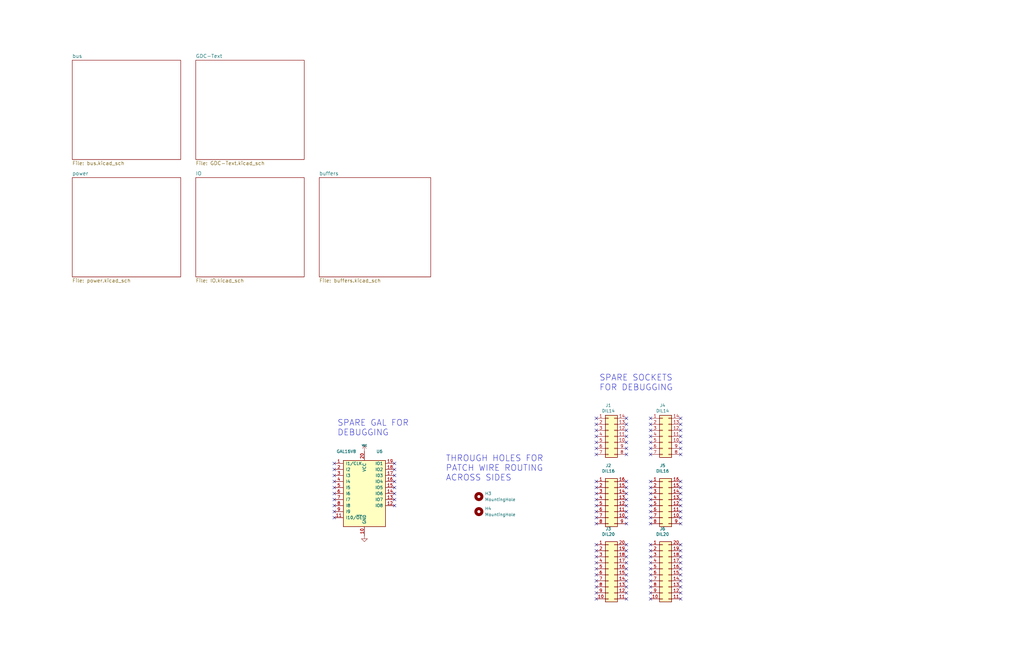
<source format=kicad_sch>
(kicad_sch (version 20211123) (generator eeschema)
  (paper "B")
  (lib_symbols
    (symbol "Connector_Generic:Conn_02x07_Counter_Clockwise" (pin_names (offset 1.016) hide)
      (property "Reference" "J" (at 1.27 10.16 0))
      (property "Value" "Conn_02x07_Counter_Clockwise" (at 1.27 -10.16 0))
      (symbol "Conn_02x07_Counter_Clockwise_1_1"
        (rectangle (start -1.27 -7.493) (end 0 -7.747) (stroke (width 0.1524)))
        (rectangle (start -1.27 -4.953) (end 0 -5.207) (stroke (width 0.1524)))
        (rectangle (start -1.27 -2.413) (end 0 -2.667) (stroke (width 0.1524)))
        (rectangle (start -1.27 0.127) (end 0 -0.127) (stroke (width 0.1524)))
        (rectangle (start -1.27 2.667) (end 0 2.413) (stroke (width 0.1524)))
        (rectangle (start -1.27 5.207) (end 0 4.953) (stroke (width 0.1524)))
        (rectangle (start -1.27 7.747) (end 0 7.493) (stroke (width 0.1524)))
        (rectangle (start -1.27 8.89) (end 3.81 -8.89) (stroke (width 0.254)) (fill (type background)))
        (rectangle (start 3.81 -7.493) (end 2.54 -7.747) (stroke (width 0.1524)))
        (rectangle (start 3.81 -4.953) (end 2.54 -5.207) (stroke (width 0.1524)))
        (rectangle (start 3.81 -2.413) (end 2.54 -2.667) (stroke (width 0.1524)))
        (rectangle (start 3.81 0.127) (end 2.54 -0.127) (stroke (width 0.1524)))
        (rectangle (start 3.81 2.667) (end 2.54 2.413) (stroke (width 0.1524)))
        (rectangle (start 3.81 5.207) (end 2.54 4.953) (stroke (width 0.1524)))
        (rectangle (start 3.81 7.747) (end 2.54 7.493) (stroke (width 0.1524)))
        (pin passive line (at -5.08 7.62 0) (length 3.81) (name "Pin_1") (number "1"))
        (pin passive line (at 7.62 -2.54 180) (length 3.81) (name "Pin_10") (number "10"))
        (pin passive line (at 7.62 0 180) (length 3.81) (name "Pin_11") (number "11"))
        (pin passive line (at 7.62 2.54 180) (length 3.81) (name "Pin_12") (number "12"))
        (pin passive line (at 7.62 5.08 180) (length 3.81) (name "Pin_13") (number "13"))
        (pin passive line (at 7.62 7.62 180) (length 3.81) (name "Pin_14") (number "14"))
        (pin passive line (at -5.08 5.08 0) (length 3.81) (name "Pin_2") (number "2"))
        (pin passive line (at -5.08 2.54 0) (length 3.81) (name "Pin_3") (number "3"))
        (pin passive line (at -5.08 0 0) (length 3.81) (name "Pin_4") (number "4"))
        (pin passive line (at -5.08 -2.54 0) (length 3.81) (name "Pin_5") (number "5"))
        (pin passive line (at -5.08 -5.08 0) (length 3.81) (name "Pin_6") (number "6"))
        (pin passive line (at -5.08 -7.62 0) (length 3.81) (name "Pin_7") (number "7"))
        (pin passive line (at 7.62 -7.62 180) (length 3.81) (name "Pin_8") (number "8"))
        (pin passive line (at 7.62 -5.08 180) (length 3.81) (name "Pin_9") (number "9"))
      )
    )
    (symbol "Connector_Generic:Conn_02x08_Counter_Clockwise" (pin_names (offset 1.016) hide)
      (property "Reference" "J" (at 1.27 10.16 0))
      (property "Value" "Conn_02x08_Counter_Clockwise" (at 1.27 -12.7 0))
      (symbol "Conn_02x08_Counter_Clockwise_1_1"
        (rectangle (start -1.27 -10.033) (end 0 -10.287) (stroke (width 0.1524)))
        (rectangle (start -1.27 -7.493) (end 0 -7.747) (stroke (width 0.1524)))
        (rectangle (start -1.27 -4.953) (end 0 -5.207) (stroke (width 0.1524)))
        (rectangle (start -1.27 -2.413) (end 0 -2.667) (stroke (width 0.1524)))
        (rectangle (start -1.27 0.127) (end 0 -0.127) (stroke (width 0.1524)))
        (rectangle (start -1.27 2.667) (end 0 2.413) (stroke (width 0.1524)))
        (rectangle (start -1.27 5.207) (end 0 4.953) (stroke (width 0.1524)))
        (rectangle (start -1.27 7.747) (end 0 7.493) (stroke (width 0.1524)))
        (rectangle (start -1.27 8.89) (end 3.81 -11.43) (stroke (width 0.254)) (fill (type background)))
        (rectangle (start 3.81 -10.033) (end 2.54 -10.287) (stroke (width 0.1524)))
        (rectangle (start 3.81 -7.493) (end 2.54 -7.747) (stroke (width 0.1524)))
        (rectangle (start 3.81 -4.953) (end 2.54 -5.207) (stroke (width 0.1524)))
        (rectangle (start 3.81 -2.413) (end 2.54 -2.667) (stroke (width 0.1524)))
        (rectangle (start 3.81 0.127) (end 2.54 -0.127) (stroke (width 0.1524)))
        (rectangle (start 3.81 2.667) (end 2.54 2.413) (stroke (width 0.1524)))
        (rectangle (start 3.81 5.207) (end 2.54 4.953) (stroke (width 0.1524)))
        (rectangle (start 3.81 7.747) (end 2.54 7.493) (stroke (width 0.1524)))
        (pin passive line (at -5.08 7.62 0) (length 3.81) (name "Pin_1") (number "1"))
        (pin passive line (at 7.62 -7.62 180) (length 3.81) (name "Pin_10") (number "10"))
        (pin passive line (at 7.62 -5.08 180) (length 3.81) (name "Pin_11") (number "11"))
        (pin passive line (at 7.62 -2.54 180) (length 3.81) (name "Pin_12") (number "12"))
        (pin passive line (at 7.62 0 180) (length 3.81) (name "Pin_13") (number "13"))
        (pin passive line (at 7.62 2.54 180) (length 3.81) (name "Pin_14") (number "14"))
        (pin passive line (at 7.62 5.08 180) (length 3.81) (name "Pin_15") (number "15"))
        (pin passive line (at 7.62 7.62 180) (length 3.81) (name "Pin_16") (number "16"))
        (pin passive line (at -5.08 5.08 0) (length 3.81) (name "Pin_2") (number "2"))
        (pin passive line (at -5.08 2.54 0) (length 3.81) (name "Pin_3") (number "3"))
        (pin passive line (at -5.08 0 0) (length 3.81) (name "Pin_4") (number "4"))
        (pin passive line (at -5.08 -2.54 0) (length 3.81) (name "Pin_5") (number "5"))
        (pin passive line (at -5.08 -5.08 0) (length 3.81) (name "Pin_6") (number "6"))
        (pin passive line (at -5.08 -7.62 0) (length 3.81) (name "Pin_7") (number "7"))
        (pin passive line (at -5.08 -10.16 0) (length 3.81) (name "Pin_8") (number "8"))
        (pin passive line (at 7.62 -10.16 180) (length 3.81) (name "Pin_9") (number "9"))
      )
    )
    (symbol "Connector_Generic:Conn_02x10_Counter_Clockwise" (pin_names (offset 1.016) hide)
      (property "Reference" "J" (at 1.27 12.7 0))
      (property "Value" "Conn_02x10_Counter_Clockwise" (at 1.27 -15.24 0))
      (symbol "Conn_02x10_Counter_Clockwise_1_1"
        (rectangle (start -1.27 -12.573) (end 0 -12.827) (stroke (width 0.1524)))
        (rectangle (start -1.27 -10.033) (end 0 -10.287) (stroke (width 0.1524)))
        (rectangle (start -1.27 -7.493) (end 0 -7.747) (stroke (width 0.1524)))
        (rectangle (start -1.27 -4.953) (end 0 -5.207) (stroke (width 0.1524)))
        (rectangle (start -1.27 -2.413) (end 0 -2.667) (stroke (width 0.1524)))
        (rectangle (start -1.27 0.127) (end 0 -0.127) (stroke (width 0.1524)))
        (rectangle (start -1.27 2.667) (end 0 2.413) (stroke (width 0.1524)))
        (rectangle (start -1.27 5.207) (end 0 4.953) (stroke (width 0.1524)))
        (rectangle (start -1.27 7.747) (end 0 7.493) (stroke (width 0.1524)))
        (rectangle (start -1.27 10.287) (end 0 10.033) (stroke (width 0.1524)))
        (rectangle (start -1.27 11.43) (end 3.81 -13.97) (stroke (width 0.254)) (fill (type background)))
        (rectangle (start 3.81 -12.573) (end 2.54 -12.827) (stroke (width 0.1524)))
        (rectangle (start 3.81 -10.033) (end 2.54 -10.287) (stroke (width 0.1524)))
        (rectangle (start 3.81 -7.493) (end 2.54 -7.747) (stroke (width 0.1524)))
        (rectangle (start 3.81 -4.953) (end 2.54 -5.207) (stroke (width 0.1524)))
        (rectangle (start 3.81 -2.413) (end 2.54 -2.667) (stroke (width 0.1524)))
        (rectangle (start 3.81 0.127) (end 2.54 -0.127) (stroke (width 0.1524)))
        (rectangle (start 3.81 2.667) (end 2.54 2.413) (stroke (width 0.1524)))
        (rectangle (start 3.81 5.207) (end 2.54 4.953) (stroke (width 0.1524)))
        (rectangle (start 3.81 7.747) (end 2.54 7.493) (stroke (width 0.1524)))
        (rectangle (start 3.81 10.287) (end 2.54 10.033) (stroke (width 0.1524)))
        (pin passive line (at -5.08 10.16 0) (length 3.81) (name "Pin_1") (number "1"))
        (pin passive line (at -5.08 -12.7 0) (length 3.81) (name "Pin_10") (number "10"))
        (pin passive line (at 7.62 -12.7 180) (length 3.81) (name "Pin_11") (number "11"))
        (pin passive line (at 7.62 -10.16 180) (length 3.81) (name "Pin_12") (number "12"))
        (pin passive line (at 7.62 -7.62 180) (length 3.81) (name "Pin_13") (number "13"))
        (pin passive line (at 7.62 -5.08 180) (length 3.81) (name "Pin_14") (number "14"))
        (pin passive line (at 7.62 -2.54 180) (length 3.81) (name "Pin_15") (number "15"))
        (pin passive line (at 7.62 0 180) (length 3.81) (name "Pin_16") (number "16"))
        (pin passive line (at 7.62 2.54 180) (length 3.81) (name "Pin_17") (number "17"))
        (pin passive line (at 7.62 5.08 180) (length 3.81) (name "Pin_18") (number "18"))
        (pin passive line (at 7.62 7.62 180) (length 3.81) (name "Pin_19") (number "19"))
        (pin passive line (at -5.08 7.62 0) (length 3.81) (name "Pin_2") (number "2"))
        (pin passive line (at 7.62 10.16 180) (length 3.81) (name "Pin_20") (number "20"))
        (pin passive line (at -5.08 5.08 0) (length 3.81) (name "Pin_3") (number "3"))
        (pin passive line (at -5.08 2.54 0) (length 3.81) (name "Pin_4") (number "4"))
        (pin passive line (at -5.08 0 0) (length 3.81) (name "Pin_5") (number "5"))
        (pin passive line (at -5.08 -2.54 0) (length 3.81) (name "Pin_6") (number "6"))
        (pin passive line (at -5.08 -5.08 0) (length 3.81) (name "Pin_7") (number "7"))
        (pin passive line (at -5.08 -7.62 0) (length 3.81) (name "Pin_8") (number "8"))
        (pin passive line (at -5.08 -10.16 0) (length 3.81) (name "Pin_9") (number "9"))
      )
    )
    (symbol "Logic_Programmable:GAL16V8" (pin_names (offset 1.016))
      (property "Reference" "U" (at -8.89 16.51 0))
      (property "Value" "GAL16V8" (at 1.27 16.51 0))
      (symbol "GAL16V8_0_0"
        (pin power_in line (at 0 -17.78 90) (length 3.81) (name "GND") (number "10"))
        (pin power_in line (at 0 17.78 270) (length 3.81) (name "VCC") (number "20"))
      )
      (symbol "GAL16V8_0_1"
        (rectangle (start -8.89 13.97) (end 8.89 -13.97) (stroke (width 0.254)) (fill (type background)))
      )
      (symbol "GAL16V8_1_1"
        (pin input line (at -12.7 12.7 0) (length 3.81) (name "I1/CLK") (number "1"))
        (pin input line (at -12.7 -10.16 0) (length 3.81) (name "I10/~{OE}") (number "11"))
        (pin tri_state line (at 12.7 -5.08 180) (length 3.81) (name "IO8") (number "12"))
        (pin tri_state line (at 12.7 -2.54 180) (length 3.81) (name "IO7") (number "13"))
        (pin tri_state line (at 12.7 0 180) (length 3.81) (name "IO6") (number "14"))
        (pin tri_state line (at 12.7 2.54 180) (length 3.81) (name "IO5") (number "15"))
        (pin tri_state line (at 12.7 5.08 180) (length 3.81) (name "IO4") (number "16"))
        (pin tri_state line (at 12.7 7.62 180) (length 3.81) (name "I03") (number "17"))
        (pin tri_state line (at 12.7 10.16 180) (length 3.81) (name "IO2") (number "18"))
        (pin tri_state line (at 12.7 12.7 180) (length 3.81) (name "IO1") (number "19"))
        (pin input line (at -12.7 10.16 0) (length 3.81) (name "I2") (number "2"))
        (pin input line (at -12.7 7.62 0) (length 3.81) (name "I3") (number "3"))
        (pin input line (at -12.7 5.08 0) (length 3.81) (name "I4") (number "4"))
        (pin input line (at -12.7 2.54 0) (length 3.81) (name "I5") (number "5"))
        (pin input line (at -12.7 0 0) (length 3.81) (name "I6") (number "6"))
        (pin input line (at -12.7 -2.54 0) (length 3.81) (name "I7") (number "7"))
        (pin input line (at -12.7 -5.08 0) (length 3.81) (name "I8") (number "8"))
        (pin input line (at -12.7 -7.62 0) (length 3.81) (name "I9") (number "9"))
      )
    )
    (symbol "Mechanical:MountingHole" (pin_names (offset 1.016))
      (property "Reference" "H" (at 0 5.08 0))
      (property "Value" "MountingHole" (at 0 3.175 0))
      (symbol "MountingHole_0_1"
        (circle (center 0 0) (radius 1.27) (stroke (width 1.27)))
      )
    )
    (symbol "power:GND" (power) (pin_names (offset 0))
      (property "Value" "GND" (at 0 -3.81 0))
      (symbol "GND_0_1"
        (polyline (pts (xy 0 0) (xy 0 -1.27) (xy 1.27 -1.27) (xy 0 -2.54) (xy -1.27 -1.27) (xy 0 -1.27)))
      )
      (symbol "GND_1_1"
        (pin power_in line (at 0 0 270) (length 0) hide (name "GND") (number "1"))
      )
    )
    (symbol "power:VCC" (power) (pin_names (offset 0))
      (property "Value" "VCC" (at 0 3.81 0))
      (symbol "VCC_0_1"
        (polyline (pts (xy -0.762 1.27) (xy 0 2.54)))
        (polyline (pts (xy 0 0) (xy 0 2.54)))
        (polyline (pts (xy 0 2.54) (xy 0.762 1.27)))
      )
      (symbol "VCC_1_1"
        (pin power_in line (at 0 0 90) (length 0) hide (name "VCC") (number "1"))
      )
    )
  )
  (no_connect (at 287.02 215.9))
  (no_connect (at 166.37 213.36))
  (no_connect (at 287.02 191.77))
  (no_connect (at 274.32 213.36))
  (no_connect (at 287.02 186.69))
  (no_connect (at 166.37 205.74))
  (no_connect (at 251.46 220.98))
  (no_connect (at 287.02 242.57))
  (no_connect (at 287.02 184.15))
  (no_connect (at 287.02 189.23))
  (no_connect (at 140.97 215.9))
  (no_connect (at 140.97 208.28))
  (no_connect (at 287.02 205.74))
  (no_connect (at 251.46 213.36))
  (no_connect (at 274.32 240.03))
  (no_connect (at 251.46 250.19))
  (no_connect (at 251.46 218.44))
  (no_connect (at 287.02 203.2))
  (no_connect (at 287.02 220.98))
  (no_connect (at 287.02 213.36))
  (no_connect (at 274.32 250.19))
  (no_connect (at 287.02 181.61))
  (no_connect (at 140.97 205.74))
  (no_connect (at 251.46 215.9))
  (no_connect (at 287.02 252.73))
  (no_connect (at 274.32 203.2))
  (no_connect (at 251.46 234.95))
  (no_connect (at 264.16 232.41))
  (no_connect (at 287.02 208.28))
  (no_connect (at 251.46 237.49))
  (no_connect (at 140.97 218.44))
  (no_connect (at 264.16 220.98))
  (no_connect (at 251.46 203.2))
  (no_connect (at 274.32 229.87))
  (no_connect (at 274.32 234.95))
  (no_connect (at 287.02 229.87))
  (no_connect (at 251.46 205.74))
  (no_connect (at 264.16 208.28))
  (no_connect (at 274.32 181.61))
  (no_connect (at 251.46 232.41))
  (no_connect (at 251.46 191.77))
  (no_connect (at 287.02 247.65))
  (no_connect (at 274.32 208.28))
  (no_connect (at 264.16 184.15))
  (no_connect (at 251.46 181.61))
  (no_connect (at 287.02 240.03))
  (no_connect (at 264.16 252.73))
  (no_connect (at 287.02 234.95))
  (no_connect (at 274.32 215.9))
  (no_connect (at 264.16 203.2))
  (no_connect (at 251.46 242.57))
  (no_connect (at 287.02 218.44))
  (no_connect (at 264.16 186.69))
  (no_connect (at 287.02 232.41))
  (no_connect (at 264.16 189.23))
  (no_connect (at 264.16 213.36))
  (no_connect (at 274.32 210.82))
  (no_connect (at 264.16 250.19))
  (no_connect (at 166.37 200.66))
  (no_connect (at 274.32 220.98))
  (no_connect (at 287.02 237.49))
  (no_connect (at 264.16 179.07))
  (no_connect (at 264.16 247.65))
  (no_connect (at 274.32 245.11))
  (no_connect (at 287.02 179.07))
  (no_connect (at 251.46 247.65))
  (no_connect (at 251.46 184.15))
  (no_connect (at 264.16 176.53))
  (no_connect (at 251.46 245.11))
  (no_connect (at 251.46 176.53))
  (no_connect (at 274.32 247.65))
  (no_connect (at 274.32 205.74))
  (no_connect (at 274.32 242.57))
  (no_connect (at 287.02 245.11))
  (no_connect (at 251.46 179.07))
  (no_connect (at 140.97 210.82))
  (no_connect (at 264.16 234.95))
  (no_connect (at 140.97 213.36))
  (no_connect (at 274.32 237.49))
  (no_connect (at 264.16 215.9))
  (no_connect (at 264.16 181.61))
  (no_connect (at 274.32 191.77))
  (no_connect (at 274.32 184.15))
  (no_connect (at 166.37 203.2))
  (no_connect (at 264.16 240.03))
  (no_connect (at 264.16 218.44))
  (no_connect (at 251.46 208.28))
  (no_connect (at 274.32 186.69))
  (no_connect (at 166.37 195.58))
  (no_connect (at 251.46 189.23))
  (no_connect (at 287.02 210.82))
  (no_connect (at 274.32 176.53))
  (no_connect (at 166.37 210.82))
  (no_connect (at 140.97 203.2))
  (no_connect (at 166.37 208.28))
  (no_connect (at 166.37 198.12))
  (no_connect (at 140.97 198.12))
  (no_connect (at 264.16 210.82))
  (no_connect (at 264.16 191.77))
  (no_connect (at 274.32 189.23))
  (no_connect (at 264.16 205.74))
  (no_connect (at 274.32 179.07))
  (no_connect (at 140.97 195.58))
  (no_connect (at 264.16 245.11))
  (no_connect (at 251.46 186.69))
  (no_connect (at 274.32 252.73))
  (no_connect (at 251.46 240.03))
  (no_connect (at 274.32 232.41))
  (no_connect (at 140.97 200.66))
  (no_connect (at 264.16 237.49))
  (no_connect (at 251.46 229.87))
  (no_connect (at 287.02 176.53))
  (no_connect (at 251.46 210.82))
  (no_connect (at 264.16 242.57))
  (no_connect (at 274.32 218.44))
  (no_connect (at 251.46 252.73))
  (no_connect (at 287.02 250.19))
  (no_connect (at 264.16 229.87))
  (text "SPARE SOCKETS\nFOR DEBUGGING" (at 252.73 165.1 0) (effects (font (size 2.54 2.54)) (justify left bottom)))
  (text "SPARE GAL FOR\nDEBUGGING" (at 142.24 184.15 0) (effects (font (size 2.54 2.54)) (justify left bottom)))
  (text "THROUGH HOLES FOR\nPATCH WIRE ROUTING\nACROSS SIDES" (at 187.96 203.2 0) (effects (font (size 2.54 2.54)) (justify left bottom)))
  (symbol (lib_id "Connector_Generic:Conn_02x07_Counter_Clockwise") (at 256.54 184.15 0) (unit 1)
    (property "Reference" "J1" (at 256.54 171.069 0))
    (property "Value" "DIL14" (at 256.54 173.3804 0))
    (property "Footprint" "Package_DIP:DIP-14_W7.62mm" (effects hide))
  )
  (symbol (lib_id "Connector_Generic:Conn_02x08_Counter_Clockwise") (at 256.54 210.82 0) (unit 1)
    (property "Reference" "J2" (at 256.54 196.469 0))
    (property "Value" "DIL16" (at 256.54 198.7804 0))
    (property "Footprint" "Package_DIP:DIP-16_W7.62mm" (effects hide))
  )
  (symbol (lib_id "Connector_Generic:Conn_02x10_Counter_Clockwise") (at 256.54 240.03 0) (unit 1)
    (property "Reference" "J3" (at 256.54 223.139 0))
    (property "Value" "DIL20" (at 256.54 225.4504 0))
    (property "Footprint" "Package_DIP:DIP-20_W7.62mm" (effects hide))
  )
  (symbol (lib_id "Connector_Generic:Conn_02x07_Counter_Clockwise") (at 279.4 184.15 0) (unit 1)
    (property "Reference" "J4" (at 279.4 171.069 0))
    (property "Value" "DIL14" (at 279.4 173.3804 0))
    (property "Footprint" "Package_DIP:DIP-14_W7.62mm" (effects hide))
  )
  (symbol (lib_id "Connector_Generic:Conn_02x08_Counter_Clockwise") (at 279.4 210.82 0) (unit 1)
    (property "Reference" "J5" (at 279.4 196.469 0))
    (property "Value" "DIL16" (at 279.4 198.7804 0))
    (property "Footprint" "Package_DIP:DIP-16_W7.62mm" (effects hide))
  )
  (symbol (lib_id "Connector_Generic:Conn_02x10_Counter_Clockwise") (at 279.4 240.03 0) (unit 1)
    (property "Reference" "J6" (at 279.4 223.139 0))
    (property "Value" "DIL20" (at 279.4 225.4504 0))
    (property "Footprint" "Package_DIP:DIP-20_W7.62mm" (effects hide))
  )
  (symbol (lib_id "power:GND") (at 153.67 226.06 0) (unit 1)
    (property "Reference" "#PWR011" (effects hide))
    (property "Value" "GND" (effects hide))
  )
  (symbol (lib_id "Mechanical:MountingHole") (at 201.93 209.55 0) (unit 1)
    (property "Reference" "H3" (at 204.47 208.2799 0) (effects (justify left)))
    (property "Value" "MountingHole" (at 204.47 210.8199 0) (effects (justify left)))
    (property "Footprint" "MountingHole:MountingHole_2.2mm_M2_DIN965_Pad" (effects hide))
  )
  (symbol (lib_id "Logic_Programmable:GAL16V8") (at 153.67 208.28 0) (unit 1)
    (property "Reference" "U6" (at 160.02 190.5 0))
    (property "Value" "GAL16V8" (at 146.05 190.5 0))
    (property "Footprint" "Package_DIP:DIP-20_W7.62mm" (effects hide))
  )
  (symbol (lib_id "power:VCC") (at 153.67 190.5 0) (unit 1)
    (property "Reference" "#PWR010" (effects hide))
    (property "Value" "VCC" (at 153.67 187.96 0) (effects (font (size 0.762 0.762))))
  )
  (symbol (lib_id "Mechanical:MountingHole") (at 201.93 215.9 0) (unit 1)
    (property "Reference" "H4" (at 204.47 214.6299 0) (effects (justify left)))
    (property "Value" "MountingHole" (at 204.47 217.1699 0) (effects (justify left)))
    (property "Footprint" "MountingHole:MountingHole_2.2mm_M2_DIN965_Pad" (effects hide))
  )
  (sheet (at 134.62 74.93) (size 46.99 41.91)
    (property "Sheet name" "buffers" (at 134.62 74.0914 0) (effects (font (size 1.524 1.524)) (justify left bottom)))
    (property "Sheet file" "buffers.kicad_sch" (at 134.62 117.5262 0) (effects (font (size 1.524 1.524)) (justify left top)))
  )
  (sheet (at 30.48 25.4) (size 45.72 41.91)
    (property "Sheet name" "bus" (at 30.48 24.5614 0) (effects (font (size 1.524 1.524)) (justify left bottom)))
    (property "Sheet file" "bus.kicad_sch" (at 30.48 67.9962 0) (effects (font (size 1.524 1.524)) (justify left top)))
  )
  (sheet (at 30.48 74.93) (size 45.72 41.91)
    (property "Sheet name" "power" (at 30.48 74.0914 0) (effects (font (size 1.524 1.524)) (justify left bottom)))
    (property "Sheet file" "power.kicad_sch" (at 30.48 117.5262 0) (effects (font (size 1.524 1.524)) (justify left top)))
  )
  (sheet (at 82.55 25.4) (size 45.72 41.91)
    (property "Sheet name" "GDC-Text" (at 82.55 24.5614 0) (effects (font (size 1.524 1.524)) (justify left bottom)))
    (property "Sheet file" "GDC-Text.kicad_sch" (at 82.55 67.9962 0) (effects (font (size 1.524 1.524)) (justify left top)))
  )
  (sheet (at 82.55 74.93) (size 45.72 41.91)
    (property "Sheet name" "IO" (at 82.55 74.0914 0) (effects (font (size 1.524 1.524)) (justify left bottom)))
    (property "Sheet file" "IO.kicad_sch" (at 82.55 117.5262 0) (effects (font (size 1.524 1.524)) (justify left top)))
  )
)
</source>
